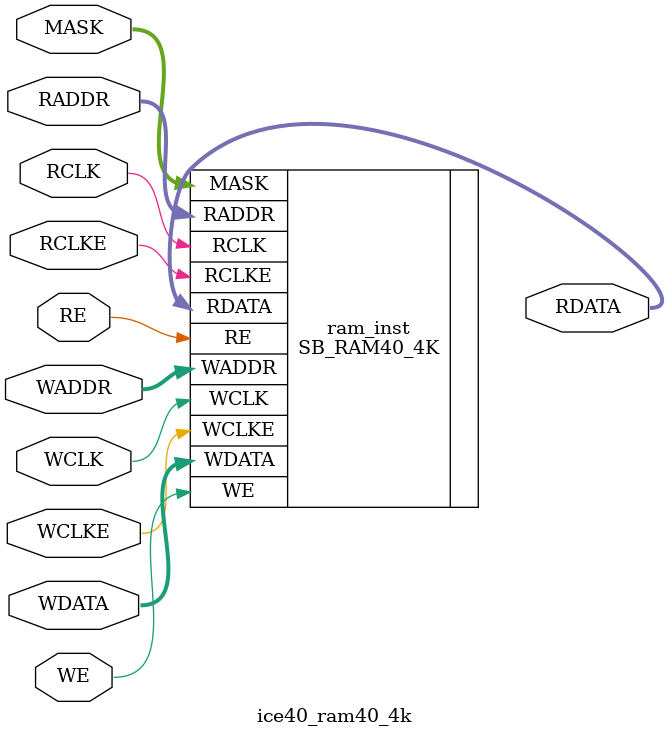
<source format=v>
module ice40_ram40_4k #(
    parameter MODE = 0, // 0: 256x16, 1: 512x8, 2: 1024x4, 3: 2048x2
    parameter INIT_0 = 256'h0,
    parameter INIT_1 = 256'h0,
    parameter INIT_2 = 256'h0,
    parameter INIT_3 = 256'h0,
    parameter INIT_4 = 256'h0,
    parameter INIT_5 = 256'h0,
    parameter INIT_6 = 256'h0,
    parameter INIT_7 = 256'h0,
    parameter INIT_8 = 256'h0,
    parameter INIT_9 = 256'h0,
    parameter INIT_A = 256'h0,
    parameter INIT_B = 256'h0,
    parameter INIT_C = 256'h0,
    parameter INIT_D = 256'h0,
    parameter INIT_E = 256'h0,
    parameter INIT_F = 256'h0
)(
    input wire [15:0] WDATA,
    input wire [15:0] MASK,
    input wire [7:0]  WADDR,
    input wire        WE,
    input wire        WCLKE,
    input wire        WCLK,
    input wire [7:0]  RADDR,
    output wire [15:0] RDATA,
    input wire        RE,
    input wire        RCLKE,
    input wire        RCLK
);

// Single instance of SB_RAM40_4K
SB_RAM40_4K ram_inst (
    .WDATA(WDATA),
    .MASK(MASK),
    .WADDR(WADDR),
    .WE(WE),
    .WCLKE(WCLKE),
    .WCLK(WCLK),
    .RADDR(RADDR),
    .RE(RE),
    .RCLKE(RCLKE),
    .RCLK(RCLK),
    .RDATA(RDATA)
);

// Set read/write mode and initialization with defparam
defparam ram_inst.READ_MODE = MODE;
defparam ram_inst.WRITE_MODE = MODE;

defparam ram_inst.INIT_0 = INIT_0;
defparam ram_inst.INIT_1 = INIT_1;
defparam ram_inst.INIT_2 = INIT_2;
defparam ram_inst.INIT_3 = INIT_3;
defparam ram_inst.INIT_4 = INIT_4;
defparam ram_inst.INIT_5 = INIT_5;
defparam ram_inst.INIT_6 = INIT_6;
defparam ram_inst.INIT_7 = INIT_7;
defparam ram_inst.INIT_8 = INIT_8;
defparam ram_inst.INIT_9 = INIT_9;
defparam ram_inst.INIT_A = INIT_A;
defparam ram_inst.INIT_B = INIT_B;
defparam ram_inst.INIT_C = INIT_C;
defparam ram_inst.INIT_D = INIT_D;
defparam ram_inst.INIT_E = INIT_E;
defparam ram_inst.INIT_F = INIT_F;

endmodule
</source>
